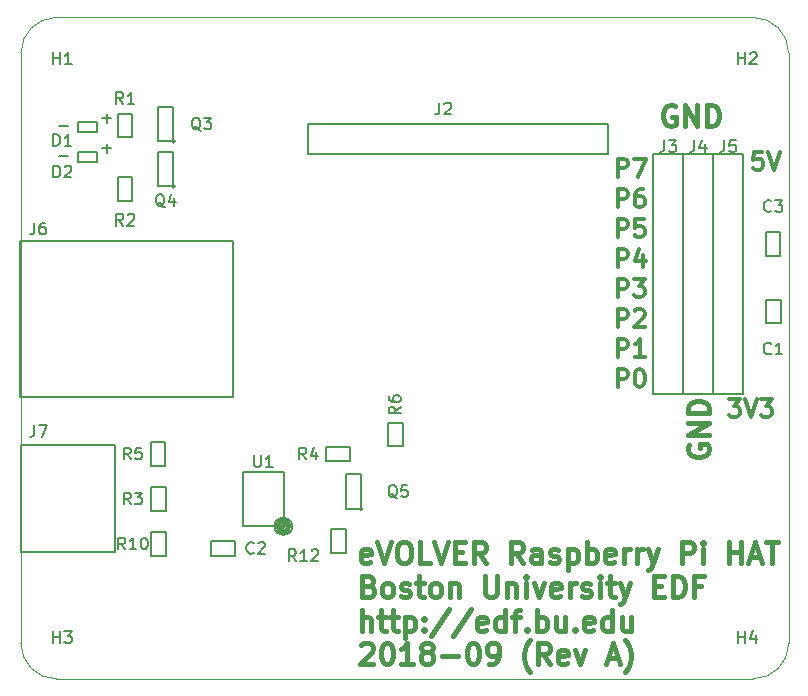
<source format=gbr>
G04 #@! TF.GenerationSoftware,KiCad,Pcbnew,(6.0.1)*
G04 #@! TF.CreationDate,2022-06-15T10:22:57-03:00*
G04 #@! TF.ProjectId,Pi-Hat,50692d48-6174-42e6-9b69-6361645f7063,rev?*
G04 #@! TF.SameCoordinates,Original*
G04 #@! TF.FileFunction,Legend,Top*
G04 #@! TF.FilePolarity,Positive*
%FSLAX46Y46*%
G04 Gerber Fmt 4.6, Leading zero omitted, Abs format (unit mm)*
G04 Created by KiCad (PCBNEW (6.0.1)) date 2022-06-15 10:22:57*
%MOMM*%
%LPD*%
G01*
G04 APERTURE LIST*
%ADD10C,0.300000*%
%ADD11C,0.444500*%
%ADD12C,0.381000*%
G04 #@! TA.AperFunction,Profile*
%ADD13C,0.100000*%
G04 #@! TD*
%ADD14C,0.150000*%
G04 APERTURE END LIST*
D10*
X129067857Y-92118571D02*
X129067857Y-90618571D01*
X129639285Y-90618571D01*
X129782142Y-90690000D01*
X129853571Y-90761428D01*
X129925000Y-90904285D01*
X129925000Y-91118571D01*
X129853571Y-91261428D01*
X129782142Y-91332857D01*
X129639285Y-91404285D01*
X129067857Y-91404285D01*
X130853571Y-90618571D02*
X130996428Y-90618571D01*
X131139285Y-90690000D01*
X131210714Y-90761428D01*
X131282142Y-90904285D01*
X131353571Y-91190000D01*
X131353571Y-91547142D01*
X131282142Y-91832857D01*
X131210714Y-91975714D01*
X131139285Y-92047142D01*
X130996428Y-92118571D01*
X130853571Y-92118571D01*
X130710714Y-92047142D01*
X130639285Y-91975714D01*
X130567857Y-91832857D01*
X130496428Y-91547142D01*
X130496428Y-91190000D01*
X130567857Y-90904285D01*
X130639285Y-90761428D01*
X130710714Y-90690000D01*
X130853571Y-90618571D01*
X129067857Y-89578571D02*
X129067857Y-88078571D01*
X129639285Y-88078571D01*
X129782142Y-88150000D01*
X129853571Y-88221428D01*
X129925000Y-88364285D01*
X129925000Y-88578571D01*
X129853571Y-88721428D01*
X129782142Y-88792857D01*
X129639285Y-88864285D01*
X129067857Y-88864285D01*
X131353571Y-89578571D02*
X130496428Y-89578571D01*
X130925000Y-89578571D02*
X130925000Y-88078571D01*
X130782142Y-88292857D01*
X130639285Y-88435714D01*
X130496428Y-88507142D01*
X129067857Y-87038571D02*
X129067857Y-85538571D01*
X129639285Y-85538571D01*
X129782142Y-85610000D01*
X129853571Y-85681428D01*
X129925000Y-85824285D01*
X129925000Y-86038571D01*
X129853571Y-86181428D01*
X129782142Y-86252857D01*
X129639285Y-86324285D01*
X129067857Y-86324285D01*
X130496428Y-85681428D02*
X130567857Y-85610000D01*
X130710714Y-85538571D01*
X131067857Y-85538571D01*
X131210714Y-85610000D01*
X131282142Y-85681428D01*
X131353571Y-85824285D01*
X131353571Y-85967142D01*
X131282142Y-86181428D01*
X130425000Y-87038571D01*
X131353571Y-87038571D01*
X129067857Y-84498571D02*
X129067857Y-82998571D01*
X129639285Y-82998571D01*
X129782142Y-83070000D01*
X129853571Y-83141428D01*
X129925000Y-83284285D01*
X129925000Y-83498571D01*
X129853571Y-83641428D01*
X129782142Y-83712857D01*
X129639285Y-83784285D01*
X129067857Y-83784285D01*
X130425000Y-82998571D02*
X131353571Y-82998571D01*
X130853571Y-83570000D01*
X131067857Y-83570000D01*
X131210714Y-83641428D01*
X131282142Y-83712857D01*
X131353571Y-83855714D01*
X131353571Y-84212857D01*
X131282142Y-84355714D01*
X131210714Y-84427142D01*
X131067857Y-84498571D01*
X130639285Y-84498571D01*
X130496428Y-84427142D01*
X130425000Y-84355714D01*
X129077267Y-81958571D02*
X129077267Y-80458571D01*
X129648695Y-80458571D01*
X129791552Y-80530000D01*
X129862981Y-80601428D01*
X129934410Y-80744285D01*
X129934410Y-80958571D01*
X129862981Y-81101428D01*
X129791552Y-81172857D01*
X129648695Y-81244285D01*
X129077267Y-81244285D01*
X131220124Y-80958571D02*
X131220124Y-81958571D01*
X130862981Y-80387142D02*
X130505838Y-81458571D01*
X131434410Y-81458571D01*
X129077267Y-79418571D02*
X129077267Y-77918571D01*
X129648695Y-77918571D01*
X129791552Y-77990000D01*
X129862981Y-78061428D01*
X129934410Y-78204285D01*
X129934410Y-78418571D01*
X129862981Y-78561428D01*
X129791552Y-78632857D01*
X129648695Y-78704285D01*
X129077267Y-78704285D01*
X131291552Y-77918571D02*
X130577267Y-77918571D01*
X130505838Y-78632857D01*
X130577267Y-78561428D01*
X130720124Y-78490000D01*
X131077267Y-78490000D01*
X131220124Y-78561428D01*
X131291552Y-78632857D01*
X131362981Y-78775714D01*
X131362981Y-79132857D01*
X131291552Y-79275714D01*
X131220124Y-79347142D01*
X131077267Y-79418571D01*
X130720124Y-79418571D01*
X130577267Y-79347142D01*
X130505838Y-79275714D01*
X129077267Y-76878571D02*
X129077267Y-75378571D01*
X129648695Y-75378571D01*
X129791552Y-75450000D01*
X129862981Y-75521428D01*
X129934410Y-75664285D01*
X129934410Y-75878571D01*
X129862981Y-76021428D01*
X129791552Y-76092857D01*
X129648695Y-76164285D01*
X129077267Y-76164285D01*
X131220124Y-75378571D02*
X130934410Y-75378571D01*
X130791552Y-75450000D01*
X130720124Y-75521428D01*
X130577267Y-75735714D01*
X130505838Y-76021428D01*
X130505838Y-76592857D01*
X130577267Y-76735714D01*
X130648695Y-76807142D01*
X130791552Y-76878571D01*
X131077267Y-76878571D01*
X131220124Y-76807142D01*
X131291552Y-76735714D01*
X131362981Y-76592857D01*
X131362981Y-76235714D01*
X131291552Y-76092857D01*
X131220124Y-76021428D01*
X131077267Y-75950000D01*
X130791552Y-75950000D01*
X130648695Y-76021428D01*
X130577267Y-76092857D01*
X130505838Y-76235714D01*
D11*
X108069591Y-106915796D02*
X107900258Y-107000463D01*
X107561591Y-107000463D01*
X107392258Y-106915796D01*
X107307591Y-106746463D01*
X107307591Y-106069130D01*
X107392258Y-105899796D01*
X107561591Y-105815130D01*
X107900258Y-105815130D01*
X108069591Y-105899796D01*
X108154258Y-106069130D01*
X108154258Y-106238463D01*
X107307591Y-106407796D01*
X108662258Y-105222463D02*
X109254925Y-107000463D01*
X109847591Y-105222463D01*
X110778925Y-105222463D02*
X111117591Y-105222463D01*
X111286925Y-105307130D01*
X111456258Y-105476463D01*
X111540925Y-105815130D01*
X111540925Y-106407796D01*
X111456258Y-106746463D01*
X111286925Y-106915796D01*
X111117591Y-107000463D01*
X110778925Y-107000463D01*
X110609591Y-106915796D01*
X110440258Y-106746463D01*
X110355591Y-106407796D01*
X110355591Y-105815130D01*
X110440258Y-105476463D01*
X110609591Y-105307130D01*
X110778925Y-105222463D01*
X113149591Y-107000463D02*
X112302925Y-107000463D01*
X112302925Y-105222463D01*
X113488258Y-105222463D02*
X114080925Y-107000463D01*
X114673591Y-105222463D01*
X115266258Y-106069130D02*
X115858925Y-106069130D01*
X116112925Y-107000463D02*
X115266258Y-107000463D01*
X115266258Y-105222463D01*
X116112925Y-105222463D01*
X117890925Y-107000463D02*
X117298258Y-106153796D01*
X116874925Y-107000463D02*
X116874925Y-105222463D01*
X117552258Y-105222463D01*
X117721591Y-105307130D01*
X117806258Y-105391796D01*
X117890925Y-105561130D01*
X117890925Y-105815130D01*
X117806258Y-105984463D01*
X117721591Y-106069130D01*
X117552258Y-106153796D01*
X116874925Y-106153796D01*
X121023591Y-107000463D02*
X120430925Y-106153796D01*
X120007591Y-107000463D02*
X120007591Y-105222463D01*
X120684925Y-105222463D01*
X120854258Y-105307130D01*
X120938925Y-105391796D01*
X121023591Y-105561130D01*
X121023591Y-105815130D01*
X120938925Y-105984463D01*
X120854258Y-106069130D01*
X120684925Y-106153796D01*
X120007591Y-106153796D01*
X122547591Y-107000463D02*
X122547591Y-106069130D01*
X122462925Y-105899796D01*
X122293591Y-105815130D01*
X121954925Y-105815130D01*
X121785591Y-105899796D01*
X122547591Y-106915796D02*
X122378258Y-107000463D01*
X121954925Y-107000463D01*
X121785591Y-106915796D01*
X121700925Y-106746463D01*
X121700925Y-106577130D01*
X121785591Y-106407796D01*
X121954925Y-106323130D01*
X122378258Y-106323130D01*
X122547591Y-106238463D01*
X123309591Y-106915796D02*
X123478925Y-107000463D01*
X123817591Y-107000463D01*
X123986925Y-106915796D01*
X124071591Y-106746463D01*
X124071591Y-106661796D01*
X123986925Y-106492463D01*
X123817591Y-106407796D01*
X123563591Y-106407796D01*
X123394258Y-106323130D01*
X123309591Y-106153796D01*
X123309591Y-106069130D01*
X123394258Y-105899796D01*
X123563591Y-105815130D01*
X123817591Y-105815130D01*
X123986925Y-105899796D01*
X124833591Y-105815130D02*
X124833591Y-107593130D01*
X124833591Y-105899796D02*
X125002925Y-105815130D01*
X125341591Y-105815130D01*
X125510925Y-105899796D01*
X125595591Y-105984463D01*
X125680258Y-106153796D01*
X125680258Y-106661796D01*
X125595591Y-106831130D01*
X125510925Y-106915796D01*
X125341591Y-107000463D01*
X125002925Y-107000463D01*
X124833591Y-106915796D01*
X126442258Y-107000463D02*
X126442258Y-105222463D01*
X126442258Y-105899796D02*
X126611591Y-105815130D01*
X126950258Y-105815130D01*
X127119591Y-105899796D01*
X127204258Y-105984463D01*
X127288925Y-106153796D01*
X127288925Y-106661796D01*
X127204258Y-106831130D01*
X127119591Y-106915796D01*
X126950258Y-107000463D01*
X126611591Y-107000463D01*
X126442258Y-106915796D01*
X128728258Y-106915796D02*
X128558925Y-107000463D01*
X128220258Y-107000463D01*
X128050925Y-106915796D01*
X127966258Y-106746463D01*
X127966258Y-106069130D01*
X128050925Y-105899796D01*
X128220258Y-105815130D01*
X128558925Y-105815130D01*
X128728258Y-105899796D01*
X128812925Y-106069130D01*
X128812925Y-106238463D01*
X127966258Y-106407796D01*
X129574925Y-107000463D02*
X129574925Y-105815130D01*
X129574925Y-106153796D02*
X129659591Y-105984463D01*
X129744258Y-105899796D01*
X129913591Y-105815130D01*
X130082925Y-105815130D01*
X130675591Y-107000463D02*
X130675591Y-105815130D01*
X130675591Y-106153796D02*
X130760258Y-105984463D01*
X130844925Y-105899796D01*
X131014258Y-105815130D01*
X131183591Y-105815130D01*
X131606925Y-105815130D02*
X132030258Y-107000463D01*
X132453591Y-105815130D02*
X132030258Y-107000463D01*
X131860925Y-107423796D01*
X131776258Y-107508463D01*
X131606925Y-107593130D01*
X134485591Y-107000463D02*
X134485591Y-105222463D01*
X135162925Y-105222463D01*
X135332258Y-105307130D01*
X135416925Y-105391796D01*
X135501591Y-105561130D01*
X135501591Y-105815130D01*
X135416925Y-105984463D01*
X135332258Y-106069130D01*
X135162925Y-106153796D01*
X134485591Y-106153796D01*
X136263591Y-107000463D02*
X136263591Y-105815130D01*
X136263591Y-105222463D02*
X136178925Y-105307130D01*
X136263591Y-105391796D01*
X136348258Y-105307130D01*
X136263591Y-105222463D01*
X136263591Y-105391796D01*
X138464925Y-107000463D02*
X138464925Y-105222463D01*
X138464925Y-106069130D02*
X139480925Y-106069130D01*
X139480925Y-107000463D02*
X139480925Y-105222463D01*
X140242925Y-106492463D02*
X141089591Y-106492463D01*
X140073591Y-107000463D02*
X140666258Y-105222463D01*
X141258925Y-107000463D01*
X141597591Y-105222463D02*
X142613591Y-105222463D01*
X142105591Y-107000463D02*
X142105591Y-105222463D01*
X107984925Y-108931710D02*
X108238925Y-109016376D01*
X108323591Y-109101043D01*
X108408258Y-109270376D01*
X108408258Y-109524376D01*
X108323591Y-109693710D01*
X108238925Y-109778376D01*
X108069591Y-109863043D01*
X107392258Y-109863043D01*
X107392258Y-108085043D01*
X107984925Y-108085043D01*
X108154258Y-108169710D01*
X108238925Y-108254376D01*
X108323591Y-108423710D01*
X108323591Y-108593043D01*
X108238925Y-108762376D01*
X108154258Y-108847043D01*
X107984925Y-108931710D01*
X107392258Y-108931710D01*
X109424258Y-109863043D02*
X109254925Y-109778376D01*
X109170258Y-109693710D01*
X109085591Y-109524376D01*
X109085591Y-109016376D01*
X109170258Y-108847043D01*
X109254925Y-108762376D01*
X109424258Y-108677710D01*
X109678258Y-108677710D01*
X109847591Y-108762376D01*
X109932258Y-108847043D01*
X110016925Y-109016376D01*
X110016925Y-109524376D01*
X109932258Y-109693710D01*
X109847591Y-109778376D01*
X109678258Y-109863043D01*
X109424258Y-109863043D01*
X110694258Y-109778376D02*
X110863591Y-109863043D01*
X111202258Y-109863043D01*
X111371591Y-109778376D01*
X111456258Y-109609043D01*
X111456258Y-109524376D01*
X111371591Y-109355043D01*
X111202258Y-109270376D01*
X110948258Y-109270376D01*
X110778925Y-109185710D01*
X110694258Y-109016376D01*
X110694258Y-108931710D01*
X110778925Y-108762376D01*
X110948258Y-108677710D01*
X111202258Y-108677710D01*
X111371591Y-108762376D01*
X111964258Y-108677710D02*
X112641591Y-108677710D01*
X112218258Y-108085043D02*
X112218258Y-109609043D01*
X112302925Y-109778376D01*
X112472258Y-109863043D01*
X112641591Y-109863043D01*
X113488258Y-109863043D02*
X113318925Y-109778376D01*
X113234258Y-109693710D01*
X113149591Y-109524376D01*
X113149591Y-109016376D01*
X113234258Y-108847043D01*
X113318925Y-108762376D01*
X113488258Y-108677710D01*
X113742258Y-108677710D01*
X113911591Y-108762376D01*
X113996258Y-108847043D01*
X114080925Y-109016376D01*
X114080925Y-109524376D01*
X113996258Y-109693710D01*
X113911591Y-109778376D01*
X113742258Y-109863043D01*
X113488258Y-109863043D01*
X114842925Y-108677710D02*
X114842925Y-109863043D01*
X114842925Y-108847043D02*
X114927591Y-108762376D01*
X115096925Y-108677710D01*
X115350925Y-108677710D01*
X115520258Y-108762376D01*
X115604925Y-108931710D01*
X115604925Y-109863043D01*
X117806258Y-108085043D02*
X117806258Y-109524376D01*
X117890925Y-109693710D01*
X117975591Y-109778376D01*
X118144925Y-109863043D01*
X118483591Y-109863043D01*
X118652925Y-109778376D01*
X118737591Y-109693710D01*
X118822258Y-109524376D01*
X118822258Y-108085043D01*
X119668925Y-108677710D02*
X119668925Y-109863043D01*
X119668925Y-108847043D02*
X119753591Y-108762376D01*
X119922925Y-108677710D01*
X120176925Y-108677710D01*
X120346258Y-108762376D01*
X120430925Y-108931710D01*
X120430925Y-109863043D01*
X121277591Y-109863043D02*
X121277591Y-108677710D01*
X121277591Y-108085043D02*
X121192925Y-108169710D01*
X121277591Y-108254376D01*
X121362258Y-108169710D01*
X121277591Y-108085043D01*
X121277591Y-108254376D01*
X121954925Y-108677710D02*
X122378258Y-109863043D01*
X122801591Y-108677710D01*
X124156258Y-109778376D02*
X123986925Y-109863043D01*
X123648258Y-109863043D01*
X123478925Y-109778376D01*
X123394258Y-109609043D01*
X123394258Y-108931710D01*
X123478925Y-108762376D01*
X123648258Y-108677710D01*
X123986925Y-108677710D01*
X124156258Y-108762376D01*
X124240925Y-108931710D01*
X124240925Y-109101043D01*
X123394258Y-109270376D01*
X125002925Y-109863043D02*
X125002925Y-108677710D01*
X125002925Y-109016376D02*
X125087591Y-108847043D01*
X125172258Y-108762376D01*
X125341591Y-108677710D01*
X125510925Y-108677710D01*
X126018925Y-109778376D02*
X126188258Y-109863043D01*
X126526925Y-109863043D01*
X126696258Y-109778376D01*
X126780925Y-109609043D01*
X126780925Y-109524376D01*
X126696258Y-109355043D01*
X126526925Y-109270376D01*
X126272925Y-109270376D01*
X126103591Y-109185710D01*
X126018925Y-109016376D01*
X126018925Y-108931710D01*
X126103591Y-108762376D01*
X126272925Y-108677710D01*
X126526925Y-108677710D01*
X126696258Y-108762376D01*
X127542925Y-109863043D02*
X127542925Y-108677710D01*
X127542925Y-108085043D02*
X127458258Y-108169710D01*
X127542925Y-108254376D01*
X127627591Y-108169710D01*
X127542925Y-108085043D01*
X127542925Y-108254376D01*
X128135591Y-108677710D02*
X128812925Y-108677710D01*
X128389591Y-108085043D02*
X128389591Y-109609043D01*
X128474258Y-109778376D01*
X128643591Y-109863043D01*
X128812925Y-109863043D01*
X129236258Y-108677710D02*
X129659591Y-109863043D01*
X130082925Y-108677710D02*
X129659591Y-109863043D01*
X129490258Y-110286376D01*
X129405591Y-110371043D01*
X129236258Y-110455710D01*
X132114925Y-108931710D02*
X132707591Y-108931710D01*
X132961591Y-109863043D02*
X132114925Y-109863043D01*
X132114925Y-108085043D01*
X132961591Y-108085043D01*
X133723591Y-109863043D02*
X133723591Y-108085043D01*
X134146925Y-108085043D01*
X134400925Y-108169710D01*
X134570258Y-108339043D01*
X134654925Y-108508376D01*
X134739591Y-108847043D01*
X134739591Y-109101043D01*
X134654925Y-109439710D01*
X134570258Y-109609043D01*
X134400925Y-109778376D01*
X134146925Y-109863043D01*
X133723591Y-109863043D01*
X136094258Y-108931710D02*
X135501591Y-108931710D01*
X135501591Y-109863043D02*
X135501591Y-108085043D01*
X136348258Y-108085043D01*
X107392258Y-112725623D02*
X107392258Y-110947623D01*
X108154258Y-112725623D02*
X108154258Y-111794290D01*
X108069591Y-111624956D01*
X107900258Y-111540290D01*
X107646258Y-111540290D01*
X107476925Y-111624956D01*
X107392258Y-111709623D01*
X108746925Y-111540290D02*
X109424258Y-111540290D01*
X109000925Y-110947623D02*
X109000925Y-112471623D01*
X109085591Y-112640956D01*
X109254925Y-112725623D01*
X109424258Y-112725623D01*
X109762925Y-111540290D02*
X110440258Y-111540290D01*
X110016925Y-110947623D02*
X110016925Y-112471623D01*
X110101591Y-112640956D01*
X110270925Y-112725623D01*
X110440258Y-112725623D01*
X111032925Y-111540290D02*
X111032925Y-113318290D01*
X111032925Y-111624956D02*
X111202258Y-111540290D01*
X111540925Y-111540290D01*
X111710258Y-111624956D01*
X111794925Y-111709623D01*
X111879591Y-111878956D01*
X111879591Y-112386956D01*
X111794925Y-112556290D01*
X111710258Y-112640956D01*
X111540925Y-112725623D01*
X111202258Y-112725623D01*
X111032925Y-112640956D01*
X112641591Y-112556290D02*
X112726258Y-112640956D01*
X112641591Y-112725623D01*
X112556925Y-112640956D01*
X112641591Y-112556290D01*
X112641591Y-112725623D01*
X112641591Y-111624956D02*
X112726258Y-111709623D01*
X112641591Y-111794290D01*
X112556925Y-111709623D01*
X112641591Y-111624956D01*
X112641591Y-111794290D01*
X114758258Y-110862956D02*
X113234258Y-113148956D01*
X116620925Y-110862956D02*
X115096925Y-113148956D01*
X117890925Y-112640956D02*
X117721591Y-112725623D01*
X117382925Y-112725623D01*
X117213591Y-112640956D01*
X117128925Y-112471623D01*
X117128925Y-111794290D01*
X117213591Y-111624956D01*
X117382925Y-111540290D01*
X117721591Y-111540290D01*
X117890925Y-111624956D01*
X117975591Y-111794290D01*
X117975591Y-111963623D01*
X117128925Y-112132956D01*
X119499591Y-112725623D02*
X119499591Y-110947623D01*
X119499591Y-112640956D02*
X119330258Y-112725623D01*
X118991591Y-112725623D01*
X118822258Y-112640956D01*
X118737591Y-112556290D01*
X118652925Y-112386956D01*
X118652925Y-111878956D01*
X118737591Y-111709623D01*
X118822258Y-111624956D01*
X118991591Y-111540290D01*
X119330258Y-111540290D01*
X119499591Y-111624956D01*
X120092258Y-111540290D02*
X120769591Y-111540290D01*
X120346258Y-112725623D02*
X120346258Y-111201623D01*
X120430925Y-111032290D01*
X120600258Y-110947623D01*
X120769591Y-110947623D01*
X121362258Y-112556290D02*
X121446925Y-112640956D01*
X121362258Y-112725623D01*
X121277591Y-112640956D01*
X121362258Y-112556290D01*
X121362258Y-112725623D01*
X122208925Y-112725623D02*
X122208925Y-110947623D01*
X122208925Y-111624956D02*
X122378258Y-111540290D01*
X122716925Y-111540290D01*
X122886258Y-111624956D01*
X122970925Y-111709623D01*
X123055591Y-111878956D01*
X123055591Y-112386956D01*
X122970925Y-112556290D01*
X122886258Y-112640956D01*
X122716925Y-112725623D01*
X122378258Y-112725623D01*
X122208925Y-112640956D01*
X124579591Y-111540290D02*
X124579591Y-112725623D01*
X123817591Y-111540290D02*
X123817591Y-112471623D01*
X123902258Y-112640956D01*
X124071591Y-112725623D01*
X124325591Y-112725623D01*
X124494925Y-112640956D01*
X124579591Y-112556290D01*
X125426258Y-112556290D02*
X125510925Y-112640956D01*
X125426258Y-112725623D01*
X125341591Y-112640956D01*
X125426258Y-112556290D01*
X125426258Y-112725623D01*
X126950258Y-112640956D02*
X126780925Y-112725623D01*
X126442258Y-112725623D01*
X126272925Y-112640956D01*
X126188258Y-112471623D01*
X126188258Y-111794290D01*
X126272925Y-111624956D01*
X126442258Y-111540290D01*
X126780925Y-111540290D01*
X126950258Y-111624956D01*
X127034925Y-111794290D01*
X127034925Y-111963623D01*
X126188258Y-112132956D01*
X128558925Y-112725623D02*
X128558925Y-110947623D01*
X128558925Y-112640956D02*
X128389591Y-112725623D01*
X128050925Y-112725623D01*
X127881591Y-112640956D01*
X127796925Y-112556290D01*
X127712258Y-112386956D01*
X127712258Y-111878956D01*
X127796925Y-111709623D01*
X127881591Y-111624956D01*
X128050925Y-111540290D01*
X128389591Y-111540290D01*
X128558925Y-111624956D01*
X130167591Y-111540290D02*
X130167591Y-112725623D01*
X129405591Y-111540290D02*
X129405591Y-112471623D01*
X129490258Y-112640956D01*
X129659591Y-112725623D01*
X129913591Y-112725623D01*
X130082925Y-112640956D01*
X130167591Y-112556290D01*
X107307591Y-113979536D02*
X107392258Y-113894870D01*
X107561591Y-113810203D01*
X107984925Y-113810203D01*
X108154258Y-113894870D01*
X108238925Y-113979536D01*
X108323591Y-114148870D01*
X108323591Y-114318203D01*
X108238925Y-114572203D01*
X107222925Y-115588203D01*
X108323591Y-115588203D01*
X109424258Y-113810203D02*
X109593591Y-113810203D01*
X109762925Y-113894870D01*
X109847591Y-113979536D01*
X109932258Y-114148870D01*
X110016925Y-114487536D01*
X110016925Y-114910870D01*
X109932258Y-115249536D01*
X109847591Y-115418870D01*
X109762925Y-115503536D01*
X109593591Y-115588203D01*
X109424258Y-115588203D01*
X109254925Y-115503536D01*
X109170258Y-115418870D01*
X109085591Y-115249536D01*
X109000925Y-114910870D01*
X109000925Y-114487536D01*
X109085591Y-114148870D01*
X109170258Y-113979536D01*
X109254925Y-113894870D01*
X109424258Y-113810203D01*
X111710258Y-115588203D02*
X110694258Y-115588203D01*
X111202258Y-115588203D02*
X111202258Y-113810203D01*
X111032925Y-114064203D01*
X110863591Y-114233536D01*
X110694258Y-114318203D01*
X112726258Y-114572203D02*
X112556925Y-114487536D01*
X112472258Y-114402870D01*
X112387591Y-114233536D01*
X112387591Y-114148870D01*
X112472258Y-113979536D01*
X112556925Y-113894870D01*
X112726258Y-113810203D01*
X113064925Y-113810203D01*
X113234258Y-113894870D01*
X113318925Y-113979536D01*
X113403591Y-114148870D01*
X113403591Y-114233536D01*
X113318925Y-114402870D01*
X113234258Y-114487536D01*
X113064925Y-114572203D01*
X112726258Y-114572203D01*
X112556925Y-114656870D01*
X112472258Y-114741536D01*
X112387591Y-114910870D01*
X112387591Y-115249536D01*
X112472258Y-115418870D01*
X112556925Y-115503536D01*
X112726258Y-115588203D01*
X113064925Y-115588203D01*
X113234258Y-115503536D01*
X113318925Y-115418870D01*
X113403591Y-115249536D01*
X113403591Y-114910870D01*
X113318925Y-114741536D01*
X113234258Y-114656870D01*
X113064925Y-114572203D01*
X114165591Y-114910870D02*
X115520258Y-114910870D01*
X116705591Y-113810203D02*
X116874925Y-113810203D01*
X117044258Y-113894870D01*
X117128925Y-113979536D01*
X117213591Y-114148870D01*
X117298258Y-114487536D01*
X117298258Y-114910870D01*
X117213591Y-115249536D01*
X117128925Y-115418870D01*
X117044258Y-115503536D01*
X116874925Y-115588203D01*
X116705591Y-115588203D01*
X116536258Y-115503536D01*
X116451591Y-115418870D01*
X116366925Y-115249536D01*
X116282258Y-114910870D01*
X116282258Y-114487536D01*
X116366925Y-114148870D01*
X116451591Y-113979536D01*
X116536258Y-113894870D01*
X116705591Y-113810203D01*
X118144925Y-115588203D02*
X118483591Y-115588203D01*
X118652925Y-115503536D01*
X118737591Y-115418870D01*
X118906925Y-115164870D01*
X118991591Y-114826203D01*
X118991591Y-114148870D01*
X118906925Y-113979536D01*
X118822258Y-113894870D01*
X118652925Y-113810203D01*
X118314258Y-113810203D01*
X118144925Y-113894870D01*
X118060258Y-113979536D01*
X117975591Y-114148870D01*
X117975591Y-114572203D01*
X118060258Y-114741536D01*
X118144925Y-114826203D01*
X118314258Y-114910870D01*
X118652925Y-114910870D01*
X118822258Y-114826203D01*
X118906925Y-114741536D01*
X118991591Y-114572203D01*
X121616258Y-116265536D02*
X121531591Y-116180870D01*
X121362258Y-115926870D01*
X121277591Y-115757536D01*
X121192925Y-115503536D01*
X121108258Y-115080203D01*
X121108258Y-114741536D01*
X121192925Y-114318203D01*
X121277591Y-114064203D01*
X121362258Y-113894870D01*
X121531591Y-113640870D01*
X121616258Y-113556203D01*
X123309591Y-115588203D02*
X122716925Y-114741536D01*
X122293591Y-115588203D02*
X122293591Y-113810203D01*
X122970925Y-113810203D01*
X123140258Y-113894870D01*
X123224925Y-113979536D01*
X123309591Y-114148870D01*
X123309591Y-114402870D01*
X123224925Y-114572203D01*
X123140258Y-114656870D01*
X122970925Y-114741536D01*
X122293591Y-114741536D01*
X124748925Y-115503536D02*
X124579591Y-115588203D01*
X124240925Y-115588203D01*
X124071591Y-115503536D01*
X123986925Y-115334203D01*
X123986925Y-114656870D01*
X124071591Y-114487536D01*
X124240925Y-114402870D01*
X124579591Y-114402870D01*
X124748925Y-114487536D01*
X124833591Y-114656870D01*
X124833591Y-114826203D01*
X123986925Y-114995536D01*
X125426258Y-114402870D02*
X125849591Y-115588203D01*
X126272925Y-114402870D01*
X128220258Y-115080203D02*
X129066925Y-115080203D01*
X128050925Y-115588203D02*
X128643591Y-113810203D01*
X129236258Y-115588203D01*
X129659591Y-116265536D02*
X129744258Y-116180870D01*
X129913591Y-115926870D01*
X129998258Y-115757536D01*
X130082925Y-115503536D01*
X130167591Y-115080203D01*
X130167591Y-114741536D01*
X130082925Y-114318203D01*
X129998258Y-114064203D01*
X129913591Y-113894870D01*
X129744258Y-113640870D01*
X129659591Y-113556203D01*
D10*
X129077267Y-74288221D02*
X129077267Y-72788221D01*
X129648695Y-72788221D01*
X129791552Y-72859650D01*
X129862981Y-72931078D01*
X129934410Y-73073935D01*
X129934410Y-73288221D01*
X129862981Y-73431078D01*
X129791552Y-73502507D01*
X129648695Y-73573935D01*
X129077267Y-73573935D01*
X130434410Y-72788221D02*
X131434410Y-72788221D01*
X130791552Y-74288221D01*
X141319285Y-72203571D02*
X140605000Y-72203571D01*
X140533571Y-72917857D01*
X140605000Y-72846428D01*
X140747857Y-72775000D01*
X141105000Y-72775000D01*
X141247857Y-72846428D01*
X141319285Y-72917857D01*
X141390714Y-73060714D01*
X141390714Y-73417857D01*
X141319285Y-73560714D01*
X141247857Y-73632142D01*
X141105000Y-73703571D01*
X140747857Y-73703571D01*
X140605000Y-73632142D01*
X140533571Y-73560714D01*
X141819285Y-72203571D02*
X142319285Y-73703571D01*
X142819285Y-72203571D01*
X138477857Y-93158571D02*
X139406428Y-93158571D01*
X138906428Y-93730000D01*
X139120714Y-93730000D01*
X139263571Y-93801428D01*
X139335000Y-93872857D01*
X139406428Y-94015714D01*
X139406428Y-94372857D01*
X139335000Y-94515714D01*
X139263571Y-94587142D01*
X139120714Y-94658571D01*
X138692142Y-94658571D01*
X138549285Y-94587142D01*
X138477857Y-94515714D01*
X139835000Y-93158571D02*
X140335000Y-94658571D01*
X140835000Y-93158571D01*
X141192142Y-93158571D02*
X142120714Y-93158571D01*
X141620714Y-93730000D01*
X141835000Y-93730000D01*
X141977857Y-93801428D01*
X142049285Y-93872857D01*
X142120714Y-94015714D01*
X142120714Y-94372857D01*
X142049285Y-94515714D01*
X141977857Y-94587142D01*
X141835000Y-94658571D01*
X141406428Y-94658571D01*
X141263571Y-94587142D01*
X141192142Y-94515714D01*
D12*
X135128000Y-96985666D02*
X135043333Y-97155000D01*
X135043333Y-97409000D01*
X135128000Y-97663000D01*
X135297333Y-97832333D01*
X135466666Y-97917000D01*
X135805333Y-98001666D01*
X136059333Y-98001666D01*
X136398000Y-97917000D01*
X136567333Y-97832333D01*
X136736666Y-97663000D01*
X136821333Y-97409000D01*
X136821333Y-97239666D01*
X136736666Y-96985666D01*
X136652000Y-96901000D01*
X136059333Y-96901000D01*
X136059333Y-97239666D01*
X136821333Y-96139000D02*
X135043333Y-96139000D01*
X136821333Y-95123000D01*
X135043333Y-95123000D01*
X136821333Y-94276333D02*
X135043333Y-94276333D01*
X135043333Y-93853000D01*
X135128000Y-93599000D01*
X135297333Y-93429666D01*
X135466666Y-93345000D01*
X135805333Y-93260333D01*
X136059333Y-93260333D01*
X136398000Y-93345000D01*
X136567333Y-93429666D01*
X136736666Y-93599000D01*
X136821333Y-93853000D01*
X136821333Y-94276333D01*
X133900333Y-68326000D02*
X133731000Y-68241333D01*
X133477000Y-68241333D01*
X133223000Y-68326000D01*
X133053666Y-68495333D01*
X132969000Y-68664666D01*
X132884333Y-69003333D01*
X132884333Y-69257333D01*
X132969000Y-69596000D01*
X133053666Y-69765333D01*
X133223000Y-69934666D01*
X133477000Y-70019333D01*
X133646333Y-70019333D01*
X133900333Y-69934666D01*
X133985000Y-69850000D01*
X133985000Y-69257333D01*
X133646333Y-69257333D01*
X134747000Y-70019333D02*
X134747000Y-68241333D01*
X135763000Y-70019333D01*
X135763000Y-68241333D01*
X136609666Y-70019333D02*
X136609666Y-68241333D01*
X137033000Y-68241333D01*
X137287000Y-68326000D01*
X137456333Y-68495333D01*
X137541000Y-68664666D01*
X137625666Y-69003333D01*
X137625666Y-69257333D01*
X137541000Y-69596000D01*
X137456333Y-69765333D01*
X137287000Y-69934666D01*
X137033000Y-70019333D01*
X136609666Y-70019333D01*
D13*
X78546356Y-63817611D02*
X78546356Y-113817611D01*
X81546356Y-60817611D02*
G75*
G03*
X78546356Y-63817611I0J-3000000D01*
G01*
X140546356Y-60817611D02*
X81546356Y-60817611D01*
X143546356Y-63817611D02*
G75*
G03*
X140546356Y-60817611I-3000000J0D01*
G01*
X143546356Y-113817611D02*
X143546356Y-63817611D01*
X78546356Y-113817611D02*
G75*
G03*
X81546356Y-116817611I3000000J0D01*
G01*
X81546356Y-116817611D02*
X140546356Y-116817611D01*
X140546356Y-116817611D02*
G75*
G03*
X143546351Y-113822847I0J3000000D01*
G01*
D14*
X81303904Y-74366380D02*
X81303904Y-73366380D01*
X81542000Y-73366380D01*
X81684857Y-73414000D01*
X81780095Y-73509238D01*
X81827714Y-73604476D01*
X81875333Y-73794952D01*
X81875333Y-73937809D01*
X81827714Y-74128285D01*
X81780095Y-74223523D01*
X81684857Y-74318761D01*
X81542000Y-74366380D01*
X81303904Y-74366380D01*
X82256285Y-73461619D02*
X82303904Y-73414000D01*
X82399142Y-73366380D01*
X82637238Y-73366380D01*
X82732476Y-73414000D01*
X82780095Y-73461619D01*
X82827714Y-73556857D01*
X82827714Y-73652095D01*
X82780095Y-73794952D01*
X82208666Y-74366380D01*
X82827714Y-74366380D01*
X85796428Y-72262952D02*
X85796428Y-71501047D01*
X86177380Y-71882000D02*
X85415476Y-71882000D01*
X81788047Y-72588428D02*
X82549952Y-72588428D01*
X81303904Y-71699380D02*
X81303904Y-70699380D01*
X81542000Y-70699380D01*
X81684857Y-70747000D01*
X81780095Y-70842238D01*
X81827714Y-70937476D01*
X81875333Y-71127952D01*
X81875333Y-71270809D01*
X81827714Y-71461285D01*
X81780095Y-71556523D01*
X81684857Y-71651761D01*
X81542000Y-71699380D01*
X81303904Y-71699380D01*
X82827714Y-71699380D02*
X82256285Y-71699380D01*
X82542000Y-71699380D02*
X82542000Y-70699380D01*
X82446761Y-70842238D01*
X82351523Y-70937476D01*
X82256285Y-70985095D01*
X85796428Y-69722952D02*
X85796428Y-68961047D01*
X86177380Y-69342000D02*
X85415476Y-69342000D01*
X81788047Y-70048428D02*
X82549952Y-70048428D01*
X142073333Y-77192142D02*
X142025714Y-77239761D01*
X141882857Y-77287380D01*
X141787619Y-77287380D01*
X141644761Y-77239761D01*
X141549523Y-77144523D01*
X141501904Y-77049285D01*
X141454285Y-76858809D01*
X141454285Y-76715952D01*
X141501904Y-76525476D01*
X141549523Y-76430238D01*
X141644761Y-76335000D01*
X141787619Y-76287380D01*
X141882857Y-76287380D01*
X142025714Y-76335000D01*
X142073333Y-76382619D01*
X142406666Y-76287380D02*
X143025714Y-76287380D01*
X142692380Y-76668333D01*
X142835238Y-76668333D01*
X142930476Y-76715952D01*
X142978095Y-76763571D01*
X143025714Y-76858809D01*
X143025714Y-77096904D01*
X142978095Y-77192142D01*
X142930476Y-77239761D01*
X142835238Y-77287380D01*
X142549523Y-77287380D01*
X142454285Y-77239761D01*
X142406666Y-77192142D01*
X98258333Y-106148142D02*
X98210714Y-106195761D01*
X98067857Y-106243380D01*
X97972619Y-106243380D01*
X97829761Y-106195761D01*
X97734523Y-106100523D01*
X97686904Y-106005285D01*
X97639285Y-105814809D01*
X97639285Y-105671952D01*
X97686904Y-105481476D01*
X97734523Y-105386238D01*
X97829761Y-105291000D01*
X97972619Y-105243380D01*
X98067857Y-105243380D01*
X98210714Y-105291000D01*
X98258333Y-105338619D01*
X98639285Y-105338619D02*
X98686904Y-105291000D01*
X98782142Y-105243380D01*
X99020238Y-105243380D01*
X99115476Y-105291000D01*
X99163095Y-105338619D01*
X99210714Y-105433857D01*
X99210714Y-105529095D01*
X99163095Y-105671952D01*
X98591666Y-106243380D01*
X99210714Y-106243380D01*
X142073333Y-89257142D02*
X142025714Y-89304761D01*
X141882857Y-89352380D01*
X141787619Y-89352380D01*
X141644761Y-89304761D01*
X141549523Y-89209523D01*
X141501904Y-89114285D01*
X141454285Y-88923809D01*
X141454285Y-88780952D01*
X141501904Y-88590476D01*
X141549523Y-88495238D01*
X141644761Y-88400000D01*
X141787619Y-88352380D01*
X141882857Y-88352380D01*
X142025714Y-88400000D01*
X142073333Y-88447619D01*
X143025714Y-89352380D02*
X142454285Y-89352380D01*
X142740000Y-89352380D02*
X142740000Y-88352380D01*
X142644761Y-88495238D01*
X142549523Y-88590476D01*
X142454285Y-88638095D01*
X87368142Y-105862380D02*
X87034809Y-105386190D01*
X86796714Y-105862380D02*
X86796714Y-104862380D01*
X87177666Y-104862380D01*
X87272904Y-104910000D01*
X87320523Y-104957619D01*
X87368142Y-105052857D01*
X87368142Y-105195714D01*
X87320523Y-105290952D01*
X87272904Y-105338571D01*
X87177666Y-105386190D01*
X86796714Y-105386190D01*
X88320523Y-105862380D02*
X87749095Y-105862380D01*
X88034809Y-105862380D02*
X88034809Y-104862380D01*
X87939571Y-105005238D01*
X87844333Y-105100476D01*
X87749095Y-105148095D01*
X88939571Y-104862380D02*
X89034809Y-104862380D01*
X89130047Y-104910000D01*
X89177666Y-104957619D01*
X89225285Y-105052857D01*
X89272904Y-105243333D01*
X89272904Y-105481428D01*
X89225285Y-105671904D01*
X89177666Y-105767142D01*
X89130047Y-105814761D01*
X89034809Y-105862380D01*
X88939571Y-105862380D01*
X88844333Y-105814761D01*
X88796714Y-105767142D01*
X88749095Y-105671904D01*
X88701476Y-105481428D01*
X88701476Y-105243333D01*
X88749095Y-105052857D01*
X88796714Y-104957619D01*
X88844333Y-104910000D01*
X88939571Y-104862380D01*
X110688380Y-93765666D02*
X110212190Y-94099000D01*
X110688380Y-94337095D02*
X109688380Y-94337095D01*
X109688380Y-93956142D01*
X109736000Y-93860904D01*
X109783619Y-93813285D01*
X109878857Y-93765666D01*
X110021714Y-93765666D01*
X110116952Y-93813285D01*
X110164571Y-93860904D01*
X110212190Y-93956142D01*
X110212190Y-94337095D01*
X109688380Y-92908523D02*
X109688380Y-93099000D01*
X109736000Y-93194238D01*
X109783619Y-93241857D01*
X109926476Y-93337095D01*
X110116952Y-93384714D01*
X110497904Y-93384714D01*
X110593142Y-93337095D01*
X110640761Y-93289476D01*
X110688380Y-93194238D01*
X110688380Y-93003761D01*
X110640761Y-92908523D01*
X110593142Y-92860904D01*
X110497904Y-92813285D01*
X110259809Y-92813285D01*
X110164571Y-92860904D01*
X110116952Y-92908523D01*
X110069333Y-93003761D01*
X110069333Y-93194238D01*
X110116952Y-93289476D01*
X110164571Y-93337095D01*
X110259809Y-93384714D01*
X101833642Y-106860780D02*
X101500309Y-106384590D01*
X101262214Y-106860780D02*
X101262214Y-105860780D01*
X101643166Y-105860780D01*
X101738404Y-105908400D01*
X101786023Y-105956019D01*
X101833642Y-106051257D01*
X101833642Y-106194114D01*
X101786023Y-106289352D01*
X101738404Y-106336971D01*
X101643166Y-106384590D01*
X101262214Y-106384590D01*
X102786023Y-106860780D02*
X102214595Y-106860780D01*
X102500309Y-106860780D02*
X102500309Y-105860780D01*
X102405071Y-106003638D01*
X102309833Y-106098876D01*
X102214595Y-106146495D01*
X103166976Y-105956019D02*
X103214595Y-105908400D01*
X103309833Y-105860780D01*
X103547928Y-105860780D01*
X103643166Y-105908400D01*
X103690785Y-105956019D01*
X103738404Y-106051257D01*
X103738404Y-106146495D01*
X103690785Y-106289352D01*
X103119357Y-106860780D01*
X103738404Y-106860780D01*
X87844333Y-98242380D02*
X87511000Y-97766190D01*
X87272904Y-98242380D02*
X87272904Y-97242380D01*
X87653857Y-97242380D01*
X87749095Y-97290000D01*
X87796714Y-97337619D01*
X87844333Y-97432857D01*
X87844333Y-97575714D01*
X87796714Y-97670952D01*
X87749095Y-97718571D01*
X87653857Y-97766190D01*
X87272904Y-97766190D01*
X88749095Y-97242380D02*
X88272904Y-97242380D01*
X88225285Y-97718571D01*
X88272904Y-97670952D01*
X88368142Y-97623333D01*
X88606238Y-97623333D01*
X88701476Y-97670952D01*
X88749095Y-97718571D01*
X88796714Y-97813809D01*
X88796714Y-98051904D01*
X88749095Y-98147142D01*
X88701476Y-98194761D01*
X88606238Y-98242380D01*
X88368142Y-98242380D01*
X88272904Y-98194761D01*
X88225285Y-98147142D01*
X102703333Y-98242380D02*
X102370000Y-97766190D01*
X102131904Y-98242380D02*
X102131904Y-97242380D01*
X102512857Y-97242380D01*
X102608095Y-97290000D01*
X102655714Y-97337619D01*
X102703333Y-97432857D01*
X102703333Y-97575714D01*
X102655714Y-97670952D01*
X102608095Y-97718571D01*
X102512857Y-97766190D01*
X102131904Y-97766190D01*
X103560476Y-97575714D02*
X103560476Y-98242380D01*
X103322380Y-97194761D02*
X103084285Y-97909047D01*
X103703333Y-97909047D01*
X87844333Y-102052380D02*
X87511000Y-101576190D01*
X87272904Y-102052380D02*
X87272904Y-101052380D01*
X87653857Y-101052380D01*
X87749095Y-101100000D01*
X87796714Y-101147619D01*
X87844333Y-101242857D01*
X87844333Y-101385714D01*
X87796714Y-101480952D01*
X87749095Y-101528571D01*
X87653857Y-101576190D01*
X87272904Y-101576190D01*
X88177666Y-101052380D02*
X88796714Y-101052380D01*
X88463380Y-101433333D01*
X88606238Y-101433333D01*
X88701476Y-101480952D01*
X88749095Y-101528571D01*
X88796714Y-101623809D01*
X88796714Y-101861904D01*
X88749095Y-101957142D01*
X88701476Y-102004761D01*
X88606238Y-102052380D01*
X88320523Y-102052380D01*
X88225285Y-102004761D01*
X88177666Y-101957142D01*
X87196433Y-78438180D02*
X86863100Y-77961990D01*
X86625004Y-78438180D02*
X86625004Y-77438180D01*
X87005957Y-77438180D01*
X87101195Y-77485800D01*
X87148814Y-77533419D01*
X87196433Y-77628657D01*
X87196433Y-77771514D01*
X87148814Y-77866752D01*
X87101195Y-77914371D01*
X87005957Y-77961990D01*
X86625004Y-77961990D01*
X87577385Y-77533419D02*
X87625004Y-77485800D01*
X87720242Y-77438180D01*
X87958338Y-77438180D01*
X88053576Y-77485800D01*
X88101195Y-77533419D01*
X88148814Y-77628657D01*
X88148814Y-77723895D01*
X88101195Y-77866752D01*
X87529766Y-78438180D01*
X88148814Y-78438180D01*
X87209333Y-68143380D02*
X86876000Y-67667190D01*
X86637904Y-68143380D02*
X86637904Y-67143380D01*
X87018857Y-67143380D01*
X87114095Y-67191000D01*
X87161714Y-67238619D01*
X87209333Y-67333857D01*
X87209333Y-67476714D01*
X87161714Y-67571952D01*
X87114095Y-67619571D01*
X87018857Y-67667190D01*
X86637904Y-67667190D01*
X88161714Y-68143380D02*
X87590285Y-68143380D01*
X87876000Y-68143380D02*
X87876000Y-67143380D01*
X87780761Y-67286238D01*
X87685523Y-67381476D01*
X87590285Y-67429095D01*
X113966666Y-68032380D02*
X113966666Y-68746666D01*
X113919047Y-68889523D01*
X113823809Y-68984761D01*
X113680952Y-69032380D01*
X113585714Y-69032380D01*
X114395238Y-68127619D02*
X114442857Y-68080000D01*
X114538095Y-68032380D01*
X114776190Y-68032380D01*
X114871428Y-68080000D01*
X114919047Y-68127619D01*
X114966666Y-68222857D01*
X114966666Y-68318095D01*
X114919047Y-68460952D01*
X114347619Y-69032380D01*
X114966666Y-69032380D01*
X133016666Y-71207380D02*
X133016666Y-71921666D01*
X132969047Y-72064523D01*
X132873809Y-72159761D01*
X132730952Y-72207380D01*
X132635714Y-72207380D01*
X133397619Y-71207380D02*
X134016666Y-71207380D01*
X133683333Y-71588333D01*
X133826190Y-71588333D01*
X133921428Y-71635952D01*
X133969047Y-71683571D01*
X134016666Y-71778809D01*
X134016666Y-72016904D01*
X133969047Y-72112142D01*
X133921428Y-72159761D01*
X133826190Y-72207380D01*
X133540476Y-72207380D01*
X133445238Y-72159761D01*
X133397619Y-72112142D01*
X138096666Y-71207380D02*
X138096666Y-71921666D01*
X138049047Y-72064523D01*
X137953809Y-72159761D01*
X137810952Y-72207380D01*
X137715714Y-72207380D01*
X139049047Y-71207380D02*
X138572857Y-71207380D01*
X138525238Y-71683571D01*
X138572857Y-71635952D01*
X138668095Y-71588333D01*
X138906190Y-71588333D01*
X139001428Y-71635952D01*
X139049047Y-71683571D01*
X139096666Y-71778809D01*
X139096666Y-72016904D01*
X139049047Y-72112142D01*
X139001428Y-72159761D01*
X138906190Y-72207380D01*
X138668095Y-72207380D01*
X138572857Y-72159761D01*
X138525238Y-72112142D01*
X135556666Y-71207380D02*
X135556666Y-71921666D01*
X135509047Y-72064523D01*
X135413809Y-72159761D01*
X135270952Y-72207380D01*
X135175714Y-72207380D01*
X136461428Y-71540714D02*
X136461428Y-72207380D01*
X136223333Y-71159761D02*
X135985238Y-71874047D01*
X136604285Y-71874047D01*
X98298095Y-97877380D02*
X98298095Y-98686904D01*
X98345714Y-98782142D01*
X98393333Y-98829761D01*
X98488571Y-98877380D01*
X98679047Y-98877380D01*
X98774285Y-98829761D01*
X98821904Y-98782142D01*
X98869523Y-98686904D01*
X98869523Y-97877380D01*
X99869523Y-98877380D02*
X99298095Y-98877380D01*
X99583809Y-98877380D02*
X99583809Y-97877380D01*
X99488571Y-98020238D01*
X99393333Y-98115476D01*
X99298095Y-98163095D01*
X81284451Y-64769991D02*
X81284451Y-63769991D01*
X81284451Y-64246182D02*
X81855879Y-64246182D01*
X81855879Y-64769991D02*
X81855879Y-63769991D01*
X82855879Y-64769991D02*
X82284451Y-64769991D01*
X82570165Y-64769991D02*
X82570165Y-63769991D01*
X82474927Y-63912849D01*
X82379689Y-64008087D01*
X82284451Y-64055706D01*
X139278095Y-64782380D02*
X139278095Y-63782380D01*
X139278095Y-64258571D02*
X139849523Y-64258571D01*
X139849523Y-64782380D02*
X139849523Y-63782380D01*
X140278095Y-63877619D02*
X140325714Y-63830000D01*
X140420952Y-63782380D01*
X140659047Y-63782380D01*
X140754285Y-63830000D01*
X140801904Y-63877619D01*
X140849523Y-63972857D01*
X140849523Y-64068095D01*
X140801904Y-64210952D01*
X140230476Y-64782380D01*
X140849523Y-64782380D01*
X81278095Y-113772380D02*
X81278095Y-112772380D01*
X81278095Y-113248571D02*
X81849523Y-113248571D01*
X81849523Y-113772380D02*
X81849523Y-112772380D01*
X82230476Y-112772380D02*
X82849523Y-112772380D01*
X82516190Y-113153333D01*
X82659047Y-113153333D01*
X82754285Y-113200952D01*
X82801904Y-113248571D01*
X82849523Y-113343809D01*
X82849523Y-113581904D01*
X82801904Y-113677142D01*
X82754285Y-113724761D01*
X82659047Y-113772380D01*
X82373333Y-113772380D01*
X82278095Y-113724761D01*
X82230476Y-113677142D01*
X139268095Y-113762380D02*
X139268095Y-112762380D01*
X139268095Y-113238571D02*
X139839523Y-113238571D01*
X139839523Y-113762380D02*
X139839523Y-112762380D01*
X140744285Y-113095714D02*
X140744285Y-113762380D01*
X140506190Y-112714761D02*
X140268095Y-113429047D01*
X140887142Y-113429047D01*
X79676666Y-95337380D02*
X79676666Y-96051666D01*
X79629047Y-96194523D01*
X79533809Y-96289761D01*
X79390952Y-96337380D01*
X79295714Y-96337380D01*
X80057619Y-95337380D02*
X80724285Y-95337380D01*
X80295714Y-96337380D01*
X110394761Y-101512619D02*
X110299523Y-101465000D01*
X110204285Y-101369761D01*
X110061428Y-101226904D01*
X109966190Y-101179285D01*
X109870952Y-101179285D01*
X109918571Y-101417380D02*
X109823333Y-101369761D01*
X109728095Y-101274523D01*
X109680476Y-101084047D01*
X109680476Y-100750714D01*
X109728095Y-100560238D01*
X109823333Y-100465000D01*
X109918571Y-100417380D01*
X110109047Y-100417380D01*
X110204285Y-100465000D01*
X110299523Y-100560238D01*
X110347142Y-100750714D01*
X110347142Y-101084047D01*
X110299523Y-101274523D01*
X110204285Y-101369761D01*
X110109047Y-101417380D01*
X109918571Y-101417380D01*
X111251904Y-100417380D02*
X110775714Y-100417380D01*
X110728095Y-100893571D01*
X110775714Y-100845952D01*
X110870952Y-100798333D01*
X111109047Y-100798333D01*
X111204285Y-100845952D01*
X111251904Y-100893571D01*
X111299523Y-100988809D01*
X111299523Y-101226904D01*
X111251904Y-101322142D01*
X111204285Y-101369761D01*
X111109047Y-101417380D01*
X110870952Y-101417380D01*
X110775714Y-101369761D01*
X110728095Y-101322142D01*
X90709761Y-76874619D02*
X90614523Y-76827000D01*
X90519285Y-76731761D01*
X90376428Y-76588904D01*
X90281190Y-76541285D01*
X90185952Y-76541285D01*
X90233571Y-76779380D02*
X90138333Y-76731761D01*
X90043095Y-76636523D01*
X89995476Y-76446047D01*
X89995476Y-76112714D01*
X90043095Y-75922238D01*
X90138333Y-75827000D01*
X90233571Y-75779380D01*
X90424047Y-75779380D01*
X90519285Y-75827000D01*
X90614523Y-75922238D01*
X90662142Y-76112714D01*
X90662142Y-76446047D01*
X90614523Y-76636523D01*
X90519285Y-76731761D01*
X90424047Y-76779380D01*
X90233571Y-76779380D01*
X91519285Y-76112714D02*
X91519285Y-76779380D01*
X91281190Y-75731761D02*
X91043095Y-76446047D01*
X91662142Y-76446047D01*
X93757761Y-70397619D02*
X93662523Y-70350000D01*
X93567285Y-70254761D01*
X93424428Y-70111904D01*
X93329190Y-70064285D01*
X93233952Y-70064285D01*
X93281571Y-70302380D02*
X93186333Y-70254761D01*
X93091095Y-70159523D01*
X93043476Y-69969047D01*
X93043476Y-69635714D01*
X93091095Y-69445238D01*
X93186333Y-69350000D01*
X93281571Y-69302380D01*
X93472047Y-69302380D01*
X93567285Y-69350000D01*
X93662523Y-69445238D01*
X93710142Y-69635714D01*
X93710142Y-69969047D01*
X93662523Y-70159523D01*
X93567285Y-70254761D01*
X93472047Y-70302380D01*
X93281571Y-70302380D01*
X94043476Y-69302380D02*
X94662523Y-69302380D01*
X94329190Y-69683333D01*
X94472047Y-69683333D01*
X94567285Y-69730952D01*
X94614904Y-69778571D01*
X94662523Y-69873809D01*
X94662523Y-70111904D01*
X94614904Y-70207142D01*
X94567285Y-70254761D01*
X94472047Y-70302380D01*
X94186333Y-70302380D01*
X94091095Y-70254761D01*
X94043476Y-70207142D01*
X79676666Y-78192380D02*
X79676666Y-78906666D01*
X79629047Y-79049523D01*
X79533809Y-79144761D01*
X79390952Y-79192380D01*
X79295714Y-79192380D01*
X80581428Y-78192380D02*
X80390952Y-78192380D01*
X80295714Y-78240000D01*
X80248095Y-78287619D01*
X80152857Y-78430476D01*
X80105238Y-78620952D01*
X80105238Y-79001904D01*
X80152857Y-79097142D01*
X80200476Y-79144761D01*
X80295714Y-79192380D01*
X80486190Y-79192380D01*
X80581428Y-79144761D01*
X80629047Y-79097142D01*
X80676666Y-79001904D01*
X80676666Y-78763809D01*
X80629047Y-78668571D01*
X80581428Y-78620952D01*
X80486190Y-78573333D01*
X80295714Y-78573333D01*
X80200476Y-78620952D01*
X80152857Y-78668571D01*
X80105238Y-78763809D01*
X84949164Y-73023574D02*
X84949164Y-72223574D01*
X84949164Y-72223574D02*
X83349164Y-72223574D01*
X83349164Y-72223574D02*
X83349164Y-73023574D01*
X83349164Y-73023574D02*
X84949164Y-73023574D01*
X84949164Y-70483574D02*
X84949164Y-69683574D01*
X84949164Y-69683574D02*
X83349164Y-69683574D01*
X83349164Y-69683574D02*
X83349164Y-70483574D01*
X83349164Y-70483574D02*
X84949164Y-70483574D01*
X142852500Y-81010000D02*
X142852500Y-79010000D01*
X142852500Y-79010000D02*
X141602500Y-79010000D01*
X141602500Y-79010000D02*
X141602500Y-81010000D01*
X141602500Y-81010000D02*
X142852500Y-81010000D01*
X96631000Y-105178500D02*
X94631000Y-105178500D01*
X94631000Y-105178500D02*
X94631000Y-106428500D01*
X94631000Y-106428500D02*
X96631000Y-106428500D01*
X96631000Y-106428500D02*
X96631000Y-105178500D01*
X141627500Y-84725000D02*
X141627500Y-86725000D01*
X141627500Y-86725000D02*
X142877500Y-86725000D01*
X142877500Y-86725000D02*
X142877500Y-84725000D01*
X142877500Y-84725000D02*
X141627500Y-84725000D01*
X89557500Y-104410000D02*
X90807500Y-104410000D01*
X90807500Y-104410000D02*
X90807500Y-106410000D01*
X90807500Y-106410000D02*
X89557500Y-106410000D01*
X89557500Y-106410000D02*
X89557500Y-104410000D01*
X109623500Y-95139000D02*
X110873500Y-95139000D01*
X110873500Y-95139000D02*
X110873500Y-97139000D01*
X110873500Y-97139000D02*
X109623500Y-97139000D01*
X109623500Y-97139000D02*
X109623500Y-95139000D01*
X104785000Y-104138400D02*
X106035000Y-104138400D01*
X106035000Y-104138400D02*
X106035000Y-106138400D01*
X106035000Y-106138400D02*
X104785000Y-106138400D01*
X104785000Y-106138400D02*
X104785000Y-104138400D01*
X90782500Y-98790000D02*
X89532500Y-98790000D01*
X89532500Y-98790000D02*
X89532500Y-96790000D01*
X89532500Y-96790000D02*
X90782500Y-96790000D01*
X90782500Y-96790000D02*
X90782500Y-98790000D01*
X104410000Y-98402500D02*
X104410000Y-97152500D01*
X104410000Y-97152500D02*
X106410000Y-97152500D01*
X106410000Y-97152500D02*
X106410000Y-98402500D01*
X106410000Y-98402500D02*
X104410000Y-98402500D01*
X89557500Y-100600000D02*
X90807500Y-100600000D01*
X90807500Y-100600000D02*
X90807500Y-102600000D01*
X90807500Y-102600000D02*
X89557500Y-102600000D01*
X89557500Y-102600000D02*
X89557500Y-100600000D01*
X87975600Y-76318800D02*
X86725600Y-76318800D01*
X86725600Y-76318800D02*
X86725600Y-74318800D01*
X86725600Y-74318800D02*
X87975600Y-74318800D01*
X87975600Y-74318800D02*
X87975600Y-76318800D01*
X87988500Y-70977000D02*
X86738500Y-70977000D01*
X86738500Y-70977000D02*
X86738500Y-68977000D01*
X86738500Y-68977000D02*
X87988500Y-68977000D01*
X87988500Y-68977000D02*
X87988500Y-70977000D01*
X128270000Y-72390000D02*
X128270000Y-69850000D01*
X128270000Y-69850000D02*
X102870000Y-69850000D01*
X102870000Y-69850000D02*
X102870000Y-72390000D01*
X102870000Y-72390000D02*
X128270000Y-72390000D01*
X132089410Y-92710000D02*
X134629410Y-92710000D01*
X134629410Y-92710000D02*
X134629410Y-72390000D01*
X134629410Y-72390000D02*
X132089410Y-72390000D01*
X132089410Y-72390000D02*
X132089410Y-92710000D01*
X139700000Y-72390000D02*
X137160000Y-72390000D01*
X137160000Y-72390000D02*
X137160000Y-92710000D01*
X137160000Y-92710000D02*
X139700000Y-92710000D01*
X139700000Y-92710000D02*
X139700000Y-72390000D01*
X134620000Y-92710000D02*
X137160000Y-92710000D01*
X137160000Y-92710000D02*
X137160000Y-72390000D01*
X137160000Y-72390000D02*
X134620000Y-72390000D01*
X134620000Y-72390000D02*
X134620000Y-92710000D01*
X101510000Y-103900000D02*
G75*
G03*
X101510000Y-103900000I-750000J0D01*
G01*
X101360000Y-103900000D02*
G75*
G03*
X101360000Y-103900000I-600000J0D01*
G01*
X101220109Y-103900000D02*
G75*
G03*
X101220109Y-103900000I-460109J0D01*
G01*
X101078904Y-103900000D02*
G75*
G03*
X101078904Y-103900000I-318904J0D01*
G01*
X100801231Y-103900000D02*
G75*
G03*
X100801231Y-103900000I-41231J0D01*
G01*
X100934642Y-103900000D02*
G75*
G03*
X100934642Y-103900000I-174642J0D01*
G01*
X100805000Y-103906000D02*
X97315000Y-103906000D01*
X97315000Y-103906000D02*
X97315000Y-99294000D01*
X100805000Y-99294000D02*
X97315000Y-99294000D01*
X100805000Y-103906000D02*
X100805000Y-99294000D01*
X78550000Y-97060000D02*
X86550000Y-97060000D01*
X86550000Y-97060000D02*
X86550000Y-106060000D01*
X78550000Y-106060000D02*
X86550000Y-106060000D01*
X78550000Y-97060000D02*
X78550000Y-106060000D01*
X107480000Y-102465000D02*
G75*
G03*
X107480000Y-102465000I-100000J0D01*
G01*
X106030000Y-102425000D02*
X106030000Y-99505000D01*
X107330000Y-102425000D02*
X106030000Y-102425000D01*
X107330000Y-99505000D02*
X107330000Y-102425000D01*
X106030000Y-99505000D02*
X107330000Y-99505000D01*
X91605000Y-75160000D02*
G75*
G03*
X91605000Y-75160000I-100000J0D01*
G01*
X90155000Y-75120000D02*
X90155000Y-72200000D01*
X91455000Y-75120000D02*
X90155000Y-75120000D01*
X91455000Y-72200000D02*
X91455000Y-75120000D01*
X90155000Y-72200000D02*
X91455000Y-72200000D01*
X91605000Y-71350000D02*
G75*
G03*
X91605000Y-71350000I-100000J0D01*
G01*
X90155000Y-71310000D02*
X90155000Y-68390000D01*
X91455000Y-71310000D02*
X90155000Y-71310000D01*
X91455000Y-68390000D02*
X91455000Y-71310000D01*
X90155000Y-68390000D02*
X91455000Y-68390000D01*
X78480000Y-79760000D02*
X78480000Y-92960000D01*
X96480000Y-92960000D02*
X78480000Y-92960000D01*
X96480000Y-79760000D02*
X96480000Y-92960000D01*
X96480000Y-79760000D02*
X78480000Y-79760000D01*
M02*

</source>
